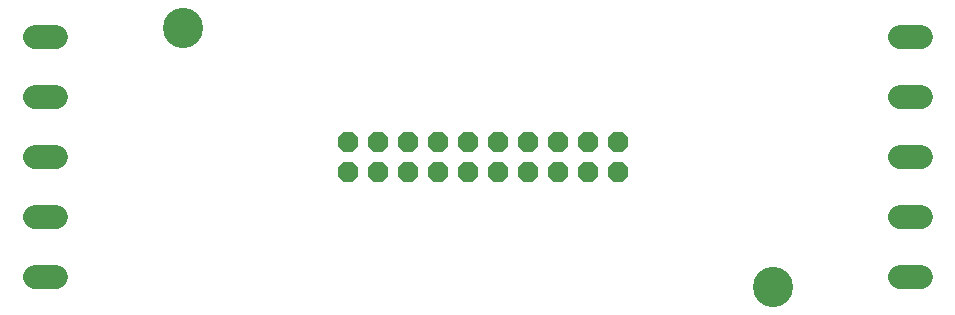
<source format=gbs>
G75*
%MOIN*%
%OFA0B0*%
%FSLAX24Y24*%
%IPPOS*%
%LPD*%
%AMOC8*
5,1,8,0,0,1.08239X$1,22.5*
%
%ADD10C,0.1340*%
%ADD11C,0.0785*%
%ADD12OC8,0.0680*%
D10*
X027016Y002433D03*
X007331Y011095D03*
D11*
X003103Y002764D02*
X002398Y002764D01*
X002398Y004764D02*
X003103Y004764D01*
X003103Y006764D02*
X002398Y006764D01*
X002398Y008764D02*
X003103Y008764D01*
X003103Y010764D02*
X002398Y010764D01*
X031244Y010764D02*
X031949Y010764D01*
X031949Y008764D02*
X031244Y008764D01*
X031244Y006764D02*
X031949Y006764D01*
X031949Y004764D02*
X031244Y004764D01*
X031244Y002764D02*
X031949Y002764D01*
D12*
X021831Y006264D03*
X020831Y006264D03*
X019831Y006264D03*
X018831Y006264D03*
X017831Y006264D03*
X016831Y006264D03*
X015831Y006264D03*
X014831Y006264D03*
X013831Y006264D03*
X012831Y006264D03*
X012831Y007264D03*
X013831Y007264D03*
X014831Y007264D03*
X015831Y007264D03*
X016831Y007264D03*
X017831Y007264D03*
X018831Y007264D03*
X019831Y007264D03*
X020831Y007264D03*
X021831Y007264D03*
M02*

</source>
